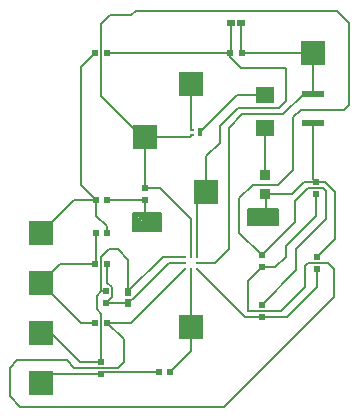
<source format=gbr>
G04 EAGLE Gerber RS-274X export*
G75*
%MOMM*%
%FSLAX34Y34*%
%LPD*%
%INTop Copper*%
%IPPOS*%
%AMOC8*
5,1,8,0,0,1.08239X$1,22.5*%
G01*
G04 Define Apertures*
%ADD10R,0.650000X0.620000*%
%ADD11R,0.620000X0.620000*%
%ADD12R,0.620000X0.560000*%
%ADD13R,0.620000X0.650000*%
%ADD14R,1.900000X0.500000*%
%ADD15R,2.000000X2.000000*%
%ADD16C,0.306000*%
%ADD17R,0.400000X0.250000*%
%ADD18R,0.400000X0.700000*%
%ADD19R,0.500000X0.475000*%
%ADD20R,0.475000X0.500000*%
%ADD21R,0.950000X0.900000*%
%ADD22R,1.500000X1.400000*%
%ADD23C,0.203200*%
D10*
X207600Y469900D03*
X198800Y469900D03*
D11*
X84400Y320040D03*
X93400Y320040D03*
D12*
X125730Y320320D03*
X125730Y329920D03*
D11*
X93400Y292100D03*
X84400Y292100D03*
D13*
X111760Y233090D03*
X111760Y241890D03*
D11*
X137740Y173990D03*
X146740Y173990D03*
D14*
X267970Y385010D03*
X267970Y410010D03*
D15*
X165100Y212090D03*
D16*
X160100Y271700D03*
X165100Y271700D03*
X170100Y271700D03*
X160100Y266700D03*
X170100Y266700D03*
X160100Y261700D03*
X165100Y261700D03*
X170100Y261700D03*
D17*
X165410Y379440D03*
X165410Y374940D03*
D18*
X172410Y377190D03*
D19*
X271780Y261575D03*
X271780Y271825D03*
X92710Y232370D03*
X92710Y242610D03*
X88900Y182925D03*
X88900Y172675D03*
X224790Y262845D03*
X224790Y273095D03*
X270510Y335325D03*
X270510Y325075D03*
X224790Y220940D03*
X224790Y231180D03*
D20*
X208320Y444500D03*
X198080Y444500D03*
X94025Y444500D03*
X83775Y444500D03*
D21*
X227330Y324740D03*
X227330Y340740D03*
D20*
X83780Y215900D03*
X94020Y215900D03*
X83775Y265430D03*
X94025Y265430D03*
D15*
X165100Y417830D03*
X267970Y444500D03*
X38100Y165100D03*
X177800Y326390D03*
X38100Y292100D03*
X38100Y249767D03*
X38100Y207433D03*
D22*
X227330Y381000D03*
X227330Y409000D03*
D15*
X125730Y373446D03*
D23*
X165100Y303530D02*
X165100Y271700D01*
X165100Y303530D02*
X138710Y329920D01*
X125730Y329920D01*
X125730Y373446D02*
X163916Y373446D01*
X165410Y374940D01*
X125730Y373446D02*
X125730Y370840D01*
X125730Y329920D01*
X224790Y231180D02*
X254000Y260390D01*
X254000Y278130D01*
X279400Y303530D01*
X279400Y327660D01*
X276860Y330200D01*
X264160Y330200D01*
X252730Y318770D01*
X252730Y301035D01*
X224790Y273095D01*
X205740Y292145D01*
X205740Y321310D01*
X217170Y332740D01*
X238760Y332740D01*
X251460Y345440D01*
X251460Y389890D01*
X257810Y396240D01*
X294640Y396240D01*
X298450Y400050D01*
X298450Y469900D01*
X288290Y480060D01*
X118110Y480060D01*
X114300Y476250D01*
X96520Y476250D01*
X88900Y468630D01*
X88900Y407670D01*
X125730Y370840D01*
X165100Y261700D02*
X165100Y212090D01*
X165100Y192350D02*
X146740Y173990D01*
X165100Y192350D02*
X165100Y212090D01*
X267970Y337865D02*
X267970Y385010D01*
X267970Y337865D02*
X270510Y335325D01*
X250190Y325120D02*
X227710Y325120D01*
X250190Y325120D02*
X260395Y335325D01*
X270510Y335325D01*
X287020Y287065D02*
X271780Y271825D01*
X287020Y287065D02*
X287020Y326390D01*
X278085Y335325D01*
X270510Y335325D01*
X125730Y320320D02*
X125730Y308610D01*
X115570Y308610D01*
X115570Y293370D01*
X139700Y293370D01*
X139700Y308610D01*
X127000Y308610D01*
X127000Y307340D01*
X118110Y307340D01*
X116840Y307340D01*
X116840Y294640D01*
X138430Y294640D01*
X138430Y307340D01*
X127000Y307340D01*
X118110Y307340D02*
X118110Y295910D01*
X137160Y295910D01*
X137160Y306070D01*
X119380Y306070D01*
X119380Y297180D01*
X135890Y297180D01*
X135890Y304800D01*
X120650Y304800D01*
X120650Y298450D01*
X134620Y298450D01*
X134620Y303530D01*
X121920Y303530D01*
X121920Y299720D01*
X133350Y299720D01*
X133350Y302260D01*
X123190Y302260D01*
X123190Y300990D01*
X132080Y300990D01*
X227330Y324740D02*
X228600Y323470D01*
X228600Y312420D01*
X237490Y312420D01*
X238760Y312420D01*
X238760Y298450D01*
X213360Y298450D01*
X213360Y312420D01*
X228600Y312420D01*
X237490Y312420D02*
X237490Y299720D01*
X214630Y299720D01*
X214630Y311150D01*
X236220Y311150D01*
X236220Y300990D01*
X215900Y300990D01*
X215900Y309880D01*
X234950Y309880D01*
X234950Y302260D01*
X217170Y302260D01*
X217170Y308610D01*
X233680Y308610D01*
X233680Y303530D01*
X218440Y303530D01*
X218440Y307340D01*
X232410Y307340D01*
X232410Y306070D01*
X232410Y304800D01*
X219710Y304800D01*
X219710Y306070D01*
X232410Y306070D01*
X125450Y320040D02*
X93400Y320040D01*
X125450Y320040D02*
X125730Y320320D01*
X45675Y172675D02*
X38100Y165100D01*
X45675Y172675D02*
X88900Y172675D01*
X90215Y173990D01*
X137740Y173990D01*
X210860Y220940D02*
X170100Y261700D01*
X210860Y220940D02*
X224790Y220940D01*
X246340Y220940D01*
X271780Y246380D01*
X271780Y261575D01*
X160100Y261700D02*
X114300Y215900D01*
X94020Y215900D01*
X270510Y306070D02*
X270510Y325075D01*
X270510Y306070D02*
X245110Y280670D01*
X245110Y271780D01*
X236175Y262845D01*
X224790Y262845D01*
X213360Y251415D01*
X213360Y226060D01*
X241300Y226060D01*
X261620Y246380D01*
X261620Y264160D01*
X264160Y266700D01*
X280670Y266700D01*
X285750Y261620D01*
X285750Y237490D01*
X193040Y144780D01*
X20320Y144780D01*
X11430Y153670D01*
X11430Y177800D01*
X17780Y184150D01*
X59690Y184150D01*
X66040Y177800D01*
X102870Y177800D01*
X107950Y182880D01*
X107950Y201970D01*
X94020Y215900D01*
X53763Y265430D02*
X38100Y249767D01*
X53763Y265430D02*
X83775Y265430D01*
X84400Y266055D02*
X84400Y292100D01*
X84400Y266055D02*
X83775Y265430D01*
X38100Y249767D02*
X71967Y215900D01*
X83780Y215900D01*
X111760Y233090D02*
X114770Y236100D01*
X115912Y236100D01*
X146512Y266700D02*
X160100Y266700D01*
X146512Y266700D02*
X115912Y236100D01*
X94025Y249762D02*
X94025Y265430D01*
X94025Y249762D02*
X97750Y246037D01*
X97750Y237410D01*
X92710Y232370D01*
X111040Y232370D01*
X111760Y233090D01*
X140890Y271700D02*
X160100Y271700D01*
X140890Y271700D02*
X111760Y242570D01*
X111760Y241890D01*
X88900Y182925D02*
X71075Y182925D01*
X46567Y207433D01*
X38100Y207433D01*
X88900Y223520D02*
X88900Y182925D01*
X88900Y223520D02*
X85090Y227330D01*
X85090Y238760D01*
X88940Y242610D01*
X92710Y242610D01*
X111760Y241890D02*
X111760Y269240D01*
X102870Y278130D01*
X95250Y278130D01*
X88940Y271820D01*
X88940Y242610D01*
X172410Y377190D02*
X204220Y409000D01*
X227330Y409000D01*
X227330Y381000D02*
X227330Y340740D01*
X207600Y445220D02*
X207600Y469900D01*
X207600Y445220D02*
X208320Y444500D01*
X266700Y444500D01*
X267970Y444500D01*
X267970Y443230D02*
X267970Y410010D01*
X267970Y443230D02*
X266700Y444500D01*
X267970Y410010D02*
X260350Y410010D01*
X242770Y392430D01*
X208280Y392430D01*
X196850Y381000D01*
X196850Y278130D01*
X185420Y266700D01*
X170100Y266700D01*
X165410Y379440D02*
X165100Y379750D01*
X165100Y417830D01*
X170100Y318690D02*
X170100Y271700D01*
X170100Y318690D02*
X177800Y326390D01*
X198080Y444500D02*
X94025Y444500D01*
X198800Y445220D02*
X198800Y469900D01*
X198800Y445220D02*
X198080Y444500D01*
X177800Y356870D02*
X177800Y326390D01*
X177800Y356870D02*
X189230Y368300D01*
X189230Y382270D01*
X204470Y397510D01*
X207010Y431800D02*
X245110Y431800D01*
X207010Y431800D02*
X198080Y440730D01*
X198080Y444500D01*
X204470Y397510D02*
X239012Y397510D01*
X245110Y403608D01*
X245110Y431800D01*
X84400Y320040D02*
X84400Y306760D01*
X93400Y297760D01*
X93400Y292100D01*
X66040Y320040D02*
X38100Y292100D01*
X66040Y320040D02*
X84400Y320040D01*
X71700Y332740D01*
X71700Y432425D02*
X83775Y444500D01*
X71700Y432425D02*
X71700Y332740D01*
M02*

</source>
